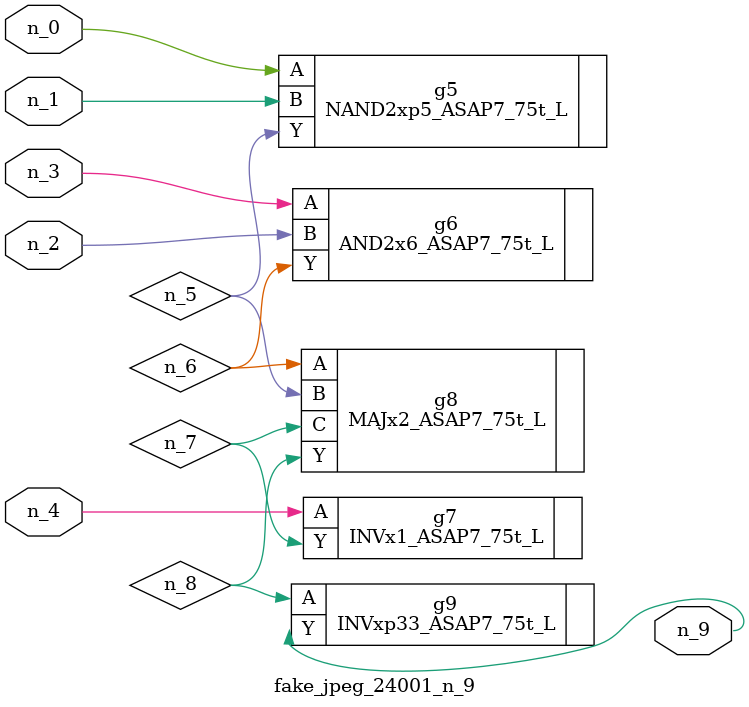
<source format=v>
module fake_jpeg_24001_n_9 (n_3, n_2, n_1, n_0, n_4, n_9);

input n_3;
input n_2;
input n_1;
input n_0;
input n_4;

output n_9;

wire n_8;
wire n_6;
wire n_5;
wire n_7;

NAND2xp5_ASAP7_75t_L g5 ( 
.A(n_0),
.B(n_1),
.Y(n_5)
);

AND2x6_ASAP7_75t_L g6 ( 
.A(n_3),
.B(n_2),
.Y(n_6)
);

INVx1_ASAP7_75t_L g7 ( 
.A(n_4),
.Y(n_7)
);

MAJx2_ASAP7_75t_L g8 ( 
.A(n_6),
.B(n_5),
.C(n_7),
.Y(n_8)
);

INVxp33_ASAP7_75t_L g9 ( 
.A(n_8),
.Y(n_9)
);


endmodule
</source>
